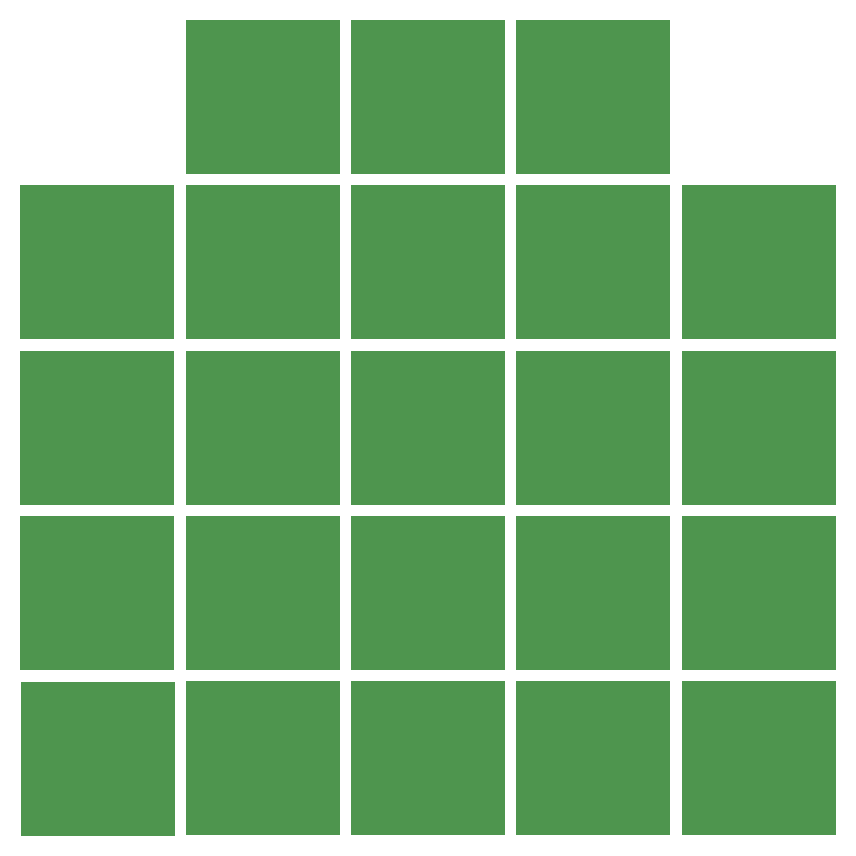
<source format=gbr>
%TF.GenerationSoftware,KiCad,Pcbnew,7.0.9*%
%TF.CreationDate,2024-09-03T11:05:06+09:00*%
%TF.ProjectId,_________,d5eac3af-adfc-4dcf-9cc9-2e6b69636164,rev?*%
%TF.SameCoordinates,Original*%
%TF.FileFunction,Paste,Top*%
%TF.FilePolarity,Positive*%
%FSLAX46Y46*%
G04 Gerber Fmt 4.6, Leading zero omitted, Abs format (unit mm)*
G04 Created by KiCad (PCBNEW 7.0.9) date 2024-09-03 11:05:06*
%MOMM*%
%LPD*%
G01*
G04 APERTURE LIST*
%ADD10R,13.000000X13.000000*%
G04 APERTURE END LIST*
D10*
%TO.C,U36*%
X156209052Y-133450000D03*
%TD*%
%TO.C,U30*%
X156209052Y-119450000D03*
%TD*%
%TO.C,U47*%
X128259052Y-77450000D03*
%TD*%
%TO.C,U37*%
X142209052Y-133450000D03*
%TD*%
%TO.C,U23*%
X142209052Y-91450000D03*
%TD*%
%TO.C,U22*%
X128209052Y-91450000D03*
%TD*%
%TO.C,U21*%
X114209052Y-91450000D03*
%TD*%
%TO.C,U13*%
X156209052Y-105450000D03*
%TD*%
%TO.C,U20*%
X100209052Y-91450000D03*
%TD*%
%TO.C,U38*%
X128209052Y-133450000D03*
%TD*%
%TO.C,U46*%
X114259052Y-77500000D03*
%TD*%
%TO.C,U12*%
X142209052Y-105450000D03*
%TD*%
%TO.C,U31*%
X100259052Y-133500000D03*
%TD*%
%TO.C,U40*%
X114209052Y-133450000D03*
%TD*%
%TO.C,U43*%
X156209052Y-91450000D03*
%TD*%
%TO.C,U3*%
X100209052Y-105450000D03*
%TD*%
%TO.C,U48*%
X142209052Y-77450000D03*
%TD*%
%TO.C,U7*%
X128209052Y-105450000D03*
%TD*%
%TO.C,U6*%
X114209052Y-105450000D03*
%TD*%
%TO.C,U15*%
X114209052Y-119450000D03*
%TD*%
%TO.C,U28*%
X128209052Y-119450000D03*
%TD*%
%TO.C,U29*%
X142209052Y-119450000D03*
%TD*%
%TO.C,U14*%
X100209052Y-119450000D03*
%TD*%
M02*

</source>
